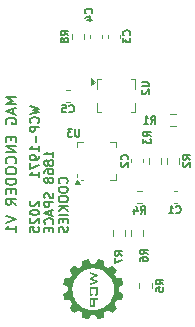
<source format=gbr>
%TF.GenerationSoftware,KiCad,Pcbnew,9.0.4-9.0.4-0~ubuntu24.04.1*%
%TF.CreationDate,2025-09-20T10:39:05-07:00*%
%TF.ProjectId,mag-encoder,6d61672d-656e-4636-9f64-65722e6b6963,1*%
%TF.SameCoordinates,Original*%
%TF.FileFunction,Legend,Bot*%
%TF.FilePolarity,Positive*%
%FSLAX46Y46*%
G04 Gerber Fmt 4.6, Leading zero omitted, Abs format (unit mm)*
G04 Created by KiCad (PCBNEW 9.0.4-9.0.4-0~ubuntu24.04.1) date 2025-09-20 10:39:05*
%MOMM*%
%LPD*%
G01*
G04 APERTURE LIST*
%ADD10C,0.152400*%
%ADD11C,0.127000*%
%ADD12C,0.120000*%
%ADD13C,0.100000*%
%ADD14C,0.000000*%
G04 APERTURE END LIST*
D10*
X224919960Y-118967683D02*
X225681960Y-119149111D01*
X225681960Y-119149111D02*
X225137675Y-119294254D01*
X225137675Y-119294254D02*
X225681960Y-119439397D01*
X225681960Y-119439397D02*
X224919960Y-119620826D01*
X225609389Y-120346540D02*
X225645675Y-120310254D01*
X225645675Y-120310254D02*
X225681960Y-120201397D01*
X225681960Y-120201397D02*
X225681960Y-120128825D01*
X225681960Y-120128825D02*
X225645675Y-120019968D01*
X225645675Y-120019968D02*
X225573103Y-119947397D01*
X225573103Y-119947397D02*
X225500532Y-119911111D01*
X225500532Y-119911111D02*
X225355389Y-119874825D01*
X225355389Y-119874825D02*
X225246532Y-119874825D01*
X225246532Y-119874825D02*
X225101389Y-119911111D01*
X225101389Y-119911111D02*
X225028817Y-119947397D01*
X225028817Y-119947397D02*
X224956246Y-120019968D01*
X224956246Y-120019968D02*
X224919960Y-120128825D01*
X224919960Y-120128825D02*
X224919960Y-120201397D01*
X224919960Y-120201397D02*
X224956246Y-120310254D01*
X224956246Y-120310254D02*
X224992532Y-120346540D01*
X225681960Y-120673111D02*
X224919960Y-120673111D01*
X224919960Y-120673111D02*
X224919960Y-120963397D01*
X224919960Y-120963397D02*
X224956246Y-121035968D01*
X224956246Y-121035968D02*
X224992532Y-121072254D01*
X224992532Y-121072254D02*
X225065103Y-121108540D01*
X225065103Y-121108540D02*
X225173960Y-121108540D01*
X225173960Y-121108540D02*
X225246532Y-121072254D01*
X225246532Y-121072254D02*
X225282817Y-121035968D01*
X225282817Y-121035968D02*
X225319103Y-120963397D01*
X225319103Y-120963397D02*
X225319103Y-120673111D01*
X225391675Y-121435111D02*
X225391675Y-122015683D01*
X225681960Y-122777683D02*
X225681960Y-122342254D01*
X225681960Y-122559969D02*
X224919960Y-122559969D01*
X224919960Y-122559969D02*
X225028817Y-122487397D01*
X225028817Y-122487397D02*
X225101389Y-122414826D01*
X225101389Y-122414826D02*
X225137675Y-122342254D01*
X225681960Y-123140540D02*
X225681960Y-123285683D01*
X225681960Y-123285683D02*
X225645675Y-123358254D01*
X225645675Y-123358254D02*
X225609389Y-123394540D01*
X225609389Y-123394540D02*
X225500532Y-123467111D01*
X225500532Y-123467111D02*
X225355389Y-123503397D01*
X225355389Y-123503397D02*
X225065103Y-123503397D01*
X225065103Y-123503397D02*
X224992532Y-123467111D01*
X224992532Y-123467111D02*
X224956246Y-123430826D01*
X224956246Y-123430826D02*
X224919960Y-123358254D01*
X224919960Y-123358254D02*
X224919960Y-123213111D01*
X224919960Y-123213111D02*
X224956246Y-123140540D01*
X224956246Y-123140540D02*
X224992532Y-123104254D01*
X224992532Y-123104254D02*
X225065103Y-123067968D01*
X225065103Y-123067968D02*
X225246532Y-123067968D01*
X225246532Y-123067968D02*
X225319103Y-123104254D01*
X225319103Y-123104254D02*
X225355389Y-123140540D01*
X225355389Y-123140540D02*
X225391675Y-123213111D01*
X225391675Y-123213111D02*
X225391675Y-123358254D01*
X225391675Y-123358254D02*
X225355389Y-123430826D01*
X225355389Y-123430826D02*
X225319103Y-123467111D01*
X225319103Y-123467111D02*
X225246532Y-123503397D01*
X224919960Y-123757397D02*
X224919960Y-124265397D01*
X224919960Y-124265397D02*
X225681960Y-123938825D01*
X225681960Y-124954825D02*
X225681960Y-124519396D01*
X225681960Y-124737111D02*
X224919960Y-124737111D01*
X224919960Y-124737111D02*
X225028817Y-124664539D01*
X225028817Y-124664539D02*
X225101389Y-124591968D01*
X225101389Y-124591968D02*
X225137675Y-124519396D01*
X224992532Y-126986823D02*
X224956246Y-127023109D01*
X224956246Y-127023109D02*
X224919960Y-127095681D01*
X224919960Y-127095681D02*
X224919960Y-127277109D01*
X224919960Y-127277109D02*
X224956246Y-127349681D01*
X224956246Y-127349681D02*
X224992532Y-127385966D01*
X224992532Y-127385966D02*
X225065103Y-127422252D01*
X225065103Y-127422252D02*
X225137675Y-127422252D01*
X225137675Y-127422252D02*
X225246532Y-127385966D01*
X225246532Y-127385966D02*
X225681960Y-126950538D01*
X225681960Y-126950538D02*
X225681960Y-127422252D01*
X224919960Y-127893966D02*
X224919960Y-127966537D01*
X224919960Y-127966537D02*
X224956246Y-128039109D01*
X224956246Y-128039109D02*
X224992532Y-128075395D01*
X224992532Y-128075395D02*
X225065103Y-128111680D01*
X225065103Y-128111680D02*
X225210246Y-128147966D01*
X225210246Y-128147966D02*
X225391675Y-128147966D01*
X225391675Y-128147966D02*
X225536817Y-128111680D01*
X225536817Y-128111680D02*
X225609389Y-128075395D01*
X225609389Y-128075395D02*
X225645675Y-128039109D01*
X225645675Y-128039109D02*
X225681960Y-127966537D01*
X225681960Y-127966537D02*
X225681960Y-127893966D01*
X225681960Y-127893966D02*
X225645675Y-127821395D01*
X225645675Y-127821395D02*
X225609389Y-127785109D01*
X225609389Y-127785109D02*
X225536817Y-127748823D01*
X225536817Y-127748823D02*
X225391675Y-127712537D01*
X225391675Y-127712537D02*
X225210246Y-127712537D01*
X225210246Y-127712537D02*
X225065103Y-127748823D01*
X225065103Y-127748823D02*
X224992532Y-127785109D01*
X224992532Y-127785109D02*
X224956246Y-127821395D01*
X224956246Y-127821395D02*
X224919960Y-127893966D01*
X224992532Y-128438251D02*
X224956246Y-128474537D01*
X224956246Y-128474537D02*
X224919960Y-128547109D01*
X224919960Y-128547109D02*
X224919960Y-128728537D01*
X224919960Y-128728537D02*
X224956246Y-128801109D01*
X224956246Y-128801109D02*
X224992532Y-128837394D01*
X224992532Y-128837394D02*
X225065103Y-128873680D01*
X225065103Y-128873680D02*
X225137675Y-128873680D01*
X225137675Y-128873680D02*
X225246532Y-128837394D01*
X225246532Y-128837394D02*
X225681960Y-128401966D01*
X225681960Y-128401966D02*
X225681960Y-128873680D01*
X224919960Y-129563108D02*
X224919960Y-129200251D01*
X224919960Y-129200251D02*
X225282817Y-129163965D01*
X225282817Y-129163965D02*
X225246532Y-129200251D01*
X225246532Y-129200251D02*
X225210246Y-129272823D01*
X225210246Y-129272823D02*
X225210246Y-129454251D01*
X225210246Y-129454251D02*
X225246532Y-129526823D01*
X225246532Y-129526823D02*
X225282817Y-129563108D01*
X225282817Y-129563108D02*
X225355389Y-129599394D01*
X225355389Y-129599394D02*
X225536817Y-129599394D01*
X225536817Y-129599394D02*
X225609389Y-129563108D01*
X225609389Y-129563108D02*
X225645675Y-129526823D01*
X225645675Y-129526823D02*
X225681960Y-129454251D01*
X225681960Y-129454251D02*
X225681960Y-129272823D01*
X225681960Y-129272823D02*
X225645675Y-129200251D01*
X225645675Y-129200251D02*
X225609389Y-129163965D01*
X226908737Y-123249395D02*
X226908737Y-122813966D01*
X226908737Y-123031681D02*
X226146737Y-123031681D01*
X226146737Y-123031681D02*
X226255594Y-122959109D01*
X226255594Y-122959109D02*
X226328166Y-122886538D01*
X226328166Y-122886538D02*
X226364452Y-122813966D01*
X226473309Y-123684823D02*
X226437023Y-123612252D01*
X226437023Y-123612252D02*
X226400737Y-123575966D01*
X226400737Y-123575966D02*
X226328166Y-123539680D01*
X226328166Y-123539680D02*
X226291880Y-123539680D01*
X226291880Y-123539680D02*
X226219309Y-123575966D01*
X226219309Y-123575966D02*
X226183023Y-123612252D01*
X226183023Y-123612252D02*
X226146737Y-123684823D01*
X226146737Y-123684823D02*
X226146737Y-123829966D01*
X226146737Y-123829966D02*
X226183023Y-123902538D01*
X226183023Y-123902538D02*
X226219309Y-123938823D01*
X226219309Y-123938823D02*
X226291880Y-123975109D01*
X226291880Y-123975109D02*
X226328166Y-123975109D01*
X226328166Y-123975109D02*
X226400737Y-123938823D01*
X226400737Y-123938823D02*
X226437023Y-123902538D01*
X226437023Y-123902538D02*
X226473309Y-123829966D01*
X226473309Y-123829966D02*
X226473309Y-123684823D01*
X226473309Y-123684823D02*
X226509594Y-123612252D01*
X226509594Y-123612252D02*
X226545880Y-123575966D01*
X226545880Y-123575966D02*
X226618452Y-123539680D01*
X226618452Y-123539680D02*
X226763594Y-123539680D01*
X226763594Y-123539680D02*
X226836166Y-123575966D01*
X226836166Y-123575966D02*
X226872452Y-123612252D01*
X226872452Y-123612252D02*
X226908737Y-123684823D01*
X226908737Y-123684823D02*
X226908737Y-123829966D01*
X226908737Y-123829966D02*
X226872452Y-123902538D01*
X226872452Y-123902538D02*
X226836166Y-123938823D01*
X226836166Y-123938823D02*
X226763594Y-123975109D01*
X226763594Y-123975109D02*
X226618452Y-123975109D01*
X226618452Y-123975109D02*
X226545880Y-123938823D01*
X226545880Y-123938823D02*
X226509594Y-123902538D01*
X226509594Y-123902538D02*
X226473309Y-123829966D01*
X226146737Y-124628252D02*
X226146737Y-124483109D01*
X226146737Y-124483109D02*
X226183023Y-124410537D01*
X226183023Y-124410537D02*
X226219309Y-124374252D01*
X226219309Y-124374252D02*
X226328166Y-124301680D01*
X226328166Y-124301680D02*
X226473309Y-124265394D01*
X226473309Y-124265394D02*
X226763594Y-124265394D01*
X226763594Y-124265394D02*
X226836166Y-124301680D01*
X226836166Y-124301680D02*
X226872452Y-124337966D01*
X226872452Y-124337966D02*
X226908737Y-124410537D01*
X226908737Y-124410537D02*
X226908737Y-124555680D01*
X226908737Y-124555680D02*
X226872452Y-124628252D01*
X226872452Y-124628252D02*
X226836166Y-124664537D01*
X226836166Y-124664537D02*
X226763594Y-124700823D01*
X226763594Y-124700823D02*
X226582166Y-124700823D01*
X226582166Y-124700823D02*
X226509594Y-124664537D01*
X226509594Y-124664537D02*
X226473309Y-124628252D01*
X226473309Y-124628252D02*
X226437023Y-124555680D01*
X226437023Y-124555680D02*
X226437023Y-124410537D01*
X226437023Y-124410537D02*
X226473309Y-124337966D01*
X226473309Y-124337966D02*
X226509594Y-124301680D01*
X226509594Y-124301680D02*
X226582166Y-124265394D01*
X226473309Y-125136251D02*
X226437023Y-125063680D01*
X226437023Y-125063680D02*
X226400737Y-125027394D01*
X226400737Y-125027394D02*
X226328166Y-124991108D01*
X226328166Y-124991108D02*
X226291880Y-124991108D01*
X226291880Y-124991108D02*
X226219309Y-125027394D01*
X226219309Y-125027394D02*
X226183023Y-125063680D01*
X226183023Y-125063680D02*
X226146737Y-125136251D01*
X226146737Y-125136251D02*
X226146737Y-125281394D01*
X226146737Y-125281394D02*
X226183023Y-125353966D01*
X226183023Y-125353966D02*
X226219309Y-125390251D01*
X226219309Y-125390251D02*
X226291880Y-125426537D01*
X226291880Y-125426537D02*
X226328166Y-125426537D01*
X226328166Y-125426537D02*
X226400737Y-125390251D01*
X226400737Y-125390251D02*
X226437023Y-125353966D01*
X226437023Y-125353966D02*
X226473309Y-125281394D01*
X226473309Y-125281394D02*
X226473309Y-125136251D01*
X226473309Y-125136251D02*
X226509594Y-125063680D01*
X226509594Y-125063680D02*
X226545880Y-125027394D01*
X226545880Y-125027394D02*
X226618452Y-124991108D01*
X226618452Y-124991108D02*
X226763594Y-124991108D01*
X226763594Y-124991108D02*
X226836166Y-125027394D01*
X226836166Y-125027394D02*
X226872452Y-125063680D01*
X226872452Y-125063680D02*
X226908737Y-125136251D01*
X226908737Y-125136251D02*
X226908737Y-125281394D01*
X226908737Y-125281394D02*
X226872452Y-125353966D01*
X226872452Y-125353966D02*
X226836166Y-125390251D01*
X226836166Y-125390251D02*
X226763594Y-125426537D01*
X226763594Y-125426537D02*
X226618452Y-125426537D01*
X226618452Y-125426537D02*
X226545880Y-125390251D01*
X226545880Y-125390251D02*
X226509594Y-125353966D01*
X226509594Y-125353966D02*
X226473309Y-125281394D01*
X226872452Y-126297393D02*
X226908737Y-126406251D01*
X226908737Y-126406251D02*
X226908737Y-126587679D01*
X226908737Y-126587679D02*
X226872452Y-126660251D01*
X226872452Y-126660251D02*
X226836166Y-126696536D01*
X226836166Y-126696536D02*
X226763594Y-126732822D01*
X226763594Y-126732822D02*
X226691023Y-126732822D01*
X226691023Y-126732822D02*
X226618452Y-126696536D01*
X226618452Y-126696536D02*
X226582166Y-126660251D01*
X226582166Y-126660251D02*
X226545880Y-126587679D01*
X226545880Y-126587679D02*
X226509594Y-126442536D01*
X226509594Y-126442536D02*
X226473309Y-126369965D01*
X226473309Y-126369965D02*
X226437023Y-126333679D01*
X226437023Y-126333679D02*
X226364452Y-126297393D01*
X226364452Y-126297393D02*
X226291880Y-126297393D01*
X226291880Y-126297393D02*
X226219309Y-126333679D01*
X226219309Y-126333679D02*
X226183023Y-126369965D01*
X226183023Y-126369965D02*
X226146737Y-126442536D01*
X226146737Y-126442536D02*
X226146737Y-126623965D01*
X226146737Y-126623965D02*
X226183023Y-126732822D01*
X226908737Y-127059393D02*
X226146737Y-127059393D01*
X226146737Y-127059393D02*
X226146737Y-127349679D01*
X226146737Y-127349679D02*
X226183023Y-127422250D01*
X226183023Y-127422250D02*
X226219309Y-127458536D01*
X226219309Y-127458536D02*
X226291880Y-127494822D01*
X226291880Y-127494822D02*
X226400737Y-127494822D01*
X226400737Y-127494822D02*
X226473309Y-127458536D01*
X226473309Y-127458536D02*
X226509594Y-127422250D01*
X226509594Y-127422250D02*
X226545880Y-127349679D01*
X226545880Y-127349679D02*
X226545880Y-127059393D01*
X226691023Y-127785107D02*
X226691023Y-128147965D01*
X226908737Y-127712536D02*
X226146737Y-127966536D01*
X226146737Y-127966536D02*
X226908737Y-128220536D01*
X226836166Y-128909965D02*
X226872452Y-128873679D01*
X226872452Y-128873679D02*
X226908737Y-128764822D01*
X226908737Y-128764822D02*
X226908737Y-128692250D01*
X226908737Y-128692250D02*
X226872452Y-128583393D01*
X226872452Y-128583393D02*
X226799880Y-128510822D01*
X226799880Y-128510822D02*
X226727309Y-128474536D01*
X226727309Y-128474536D02*
X226582166Y-128438250D01*
X226582166Y-128438250D02*
X226473309Y-128438250D01*
X226473309Y-128438250D02*
X226328166Y-128474536D01*
X226328166Y-128474536D02*
X226255594Y-128510822D01*
X226255594Y-128510822D02*
X226183023Y-128583393D01*
X226183023Y-128583393D02*
X226146737Y-128692250D01*
X226146737Y-128692250D02*
X226146737Y-128764822D01*
X226146737Y-128764822D02*
X226183023Y-128873679D01*
X226183023Y-128873679D02*
X226219309Y-128909965D01*
X226509594Y-129236536D02*
X226509594Y-129490536D01*
X226908737Y-129599393D02*
X226908737Y-129236536D01*
X226908737Y-129236536D02*
X226146737Y-129236536D01*
X226146737Y-129236536D02*
X226146737Y-129599393D01*
X228062943Y-125462822D02*
X228099229Y-125426536D01*
X228099229Y-125426536D02*
X228135514Y-125317679D01*
X228135514Y-125317679D02*
X228135514Y-125245107D01*
X228135514Y-125245107D02*
X228099229Y-125136250D01*
X228099229Y-125136250D02*
X228026657Y-125063679D01*
X228026657Y-125063679D02*
X227954086Y-125027393D01*
X227954086Y-125027393D02*
X227808943Y-124991107D01*
X227808943Y-124991107D02*
X227700086Y-124991107D01*
X227700086Y-124991107D02*
X227554943Y-125027393D01*
X227554943Y-125027393D02*
X227482371Y-125063679D01*
X227482371Y-125063679D02*
X227409800Y-125136250D01*
X227409800Y-125136250D02*
X227373514Y-125245107D01*
X227373514Y-125245107D02*
X227373514Y-125317679D01*
X227373514Y-125317679D02*
X227409800Y-125426536D01*
X227409800Y-125426536D02*
X227446086Y-125462822D01*
X227373514Y-125934536D02*
X227373514Y-126079679D01*
X227373514Y-126079679D02*
X227409800Y-126152250D01*
X227409800Y-126152250D02*
X227482371Y-126224822D01*
X227482371Y-126224822D02*
X227627514Y-126261107D01*
X227627514Y-126261107D02*
X227881514Y-126261107D01*
X227881514Y-126261107D02*
X228026657Y-126224822D01*
X228026657Y-126224822D02*
X228099229Y-126152250D01*
X228099229Y-126152250D02*
X228135514Y-126079679D01*
X228135514Y-126079679D02*
X228135514Y-125934536D01*
X228135514Y-125934536D02*
X228099229Y-125861965D01*
X228099229Y-125861965D02*
X228026657Y-125789393D01*
X228026657Y-125789393D02*
X227881514Y-125753107D01*
X227881514Y-125753107D02*
X227627514Y-125753107D01*
X227627514Y-125753107D02*
X227482371Y-125789393D01*
X227482371Y-125789393D02*
X227409800Y-125861965D01*
X227409800Y-125861965D02*
X227373514Y-125934536D01*
X227373514Y-126732822D02*
X227373514Y-126877965D01*
X227373514Y-126877965D02*
X227409800Y-126950536D01*
X227409800Y-126950536D02*
X227482371Y-127023108D01*
X227482371Y-127023108D02*
X227627514Y-127059393D01*
X227627514Y-127059393D02*
X227881514Y-127059393D01*
X227881514Y-127059393D02*
X228026657Y-127023108D01*
X228026657Y-127023108D02*
X228099229Y-126950536D01*
X228099229Y-126950536D02*
X228135514Y-126877965D01*
X228135514Y-126877965D02*
X228135514Y-126732822D01*
X228135514Y-126732822D02*
X228099229Y-126660251D01*
X228099229Y-126660251D02*
X228026657Y-126587679D01*
X228026657Y-126587679D02*
X227881514Y-126551393D01*
X227881514Y-126551393D02*
X227627514Y-126551393D01*
X227627514Y-126551393D02*
X227482371Y-126587679D01*
X227482371Y-126587679D02*
X227409800Y-126660251D01*
X227409800Y-126660251D02*
X227373514Y-126732822D01*
X228135514Y-127385965D02*
X227373514Y-127385965D01*
X228135514Y-127821394D02*
X227700086Y-127494822D01*
X227373514Y-127821394D02*
X227808943Y-127385965D01*
X228135514Y-128147965D02*
X227373514Y-128147965D01*
X227736371Y-128510822D02*
X227736371Y-128764822D01*
X228135514Y-128873679D02*
X228135514Y-128510822D01*
X228135514Y-128510822D02*
X227373514Y-128510822D01*
X227373514Y-128510822D02*
X227373514Y-128873679D01*
X228099229Y-129163965D02*
X228135514Y-129272823D01*
X228135514Y-129272823D02*
X228135514Y-129454251D01*
X228135514Y-129454251D02*
X228099229Y-129526823D01*
X228099229Y-129526823D02*
X228062943Y-129563108D01*
X228062943Y-129563108D02*
X227990371Y-129599394D01*
X227990371Y-129599394D02*
X227917800Y-129599394D01*
X227917800Y-129599394D02*
X227845229Y-129563108D01*
X227845229Y-129563108D02*
X227808943Y-129526823D01*
X227808943Y-129526823D02*
X227772657Y-129454251D01*
X227772657Y-129454251D02*
X227736371Y-129309108D01*
X227736371Y-129309108D02*
X227700086Y-129236537D01*
X227700086Y-129236537D02*
X227663800Y-129200251D01*
X227663800Y-129200251D02*
X227591229Y-129163965D01*
X227591229Y-129163965D02*
X227518657Y-129163965D01*
X227518657Y-129163965D02*
X227446086Y-129200251D01*
X227446086Y-129200251D02*
X227409800Y-129236537D01*
X227409800Y-129236537D02*
X227373514Y-129309108D01*
X227373514Y-129309108D02*
X227373514Y-129490537D01*
X227373514Y-129490537D02*
X227409800Y-129599394D01*
X223745544Y-118187538D02*
X222856544Y-118187538D01*
X222856544Y-118187538D02*
X223491544Y-118483872D01*
X223491544Y-118483872D02*
X222856544Y-118780205D01*
X222856544Y-118780205D02*
X223745544Y-118780205D01*
X223491544Y-119161205D02*
X223491544Y-119584538D01*
X223745544Y-119076538D02*
X222856544Y-119372872D01*
X222856544Y-119372872D02*
X223745544Y-119669205D01*
X222898877Y-120431205D02*
X222856544Y-120346538D01*
X222856544Y-120346538D02*
X222856544Y-120219538D01*
X222856544Y-120219538D02*
X222898877Y-120092538D01*
X222898877Y-120092538D02*
X222983544Y-120007872D01*
X222983544Y-120007872D02*
X223068211Y-119965538D01*
X223068211Y-119965538D02*
X223237544Y-119923205D01*
X223237544Y-119923205D02*
X223364544Y-119923205D01*
X223364544Y-119923205D02*
X223533877Y-119965538D01*
X223533877Y-119965538D02*
X223618544Y-120007872D01*
X223618544Y-120007872D02*
X223703211Y-120092538D01*
X223703211Y-120092538D02*
X223745544Y-120219538D01*
X223745544Y-120219538D02*
X223745544Y-120304205D01*
X223745544Y-120304205D02*
X223703211Y-120431205D01*
X223703211Y-120431205D02*
X223660877Y-120473538D01*
X223660877Y-120473538D02*
X223364544Y-120473538D01*
X223364544Y-120473538D02*
X223364544Y-120304205D01*
X223279877Y-121531871D02*
X223279877Y-121828205D01*
X223745544Y-121955205D02*
X223745544Y-121531871D01*
X223745544Y-121531871D02*
X222856544Y-121531871D01*
X222856544Y-121531871D02*
X222856544Y-121955205D01*
X223745544Y-122336204D02*
X222856544Y-122336204D01*
X222856544Y-122336204D02*
X223745544Y-122844204D01*
X223745544Y-122844204D02*
X222856544Y-122844204D01*
X223660877Y-123775537D02*
X223703211Y-123733204D01*
X223703211Y-123733204D02*
X223745544Y-123606204D01*
X223745544Y-123606204D02*
X223745544Y-123521537D01*
X223745544Y-123521537D02*
X223703211Y-123394537D01*
X223703211Y-123394537D02*
X223618544Y-123309871D01*
X223618544Y-123309871D02*
X223533877Y-123267537D01*
X223533877Y-123267537D02*
X223364544Y-123225204D01*
X223364544Y-123225204D02*
X223237544Y-123225204D01*
X223237544Y-123225204D02*
X223068211Y-123267537D01*
X223068211Y-123267537D02*
X222983544Y-123309871D01*
X222983544Y-123309871D02*
X222898877Y-123394537D01*
X222898877Y-123394537D02*
X222856544Y-123521537D01*
X222856544Y-123521537D02*
X222856544Y-123606204D01*
X222856544Y-123606204D02*
X222898877Y-123733204D01*
X222898877Y-123733204D02*
X222941211Y-123775537D01*
X222856544Y-124325871D02*
X222856544Y-124495204D01*
X222856544Y-124495204D02*
X222898877Y-124579871D01*
X222898877Y-124579871D02*
X222983544Y-124664537D01*
X222983544Y-124664537D02*
X223152877Y-124706871D01*
X223152877Y-124706871D02*
X223449211Y-124706871D01*
X223449211Y-124706871D02*
X223618544Y-124664537D01*
X223618544Y-124664537D02*
X223703211Y-124579871D01*
X223703211Y-124579871D02*
X223745544Y-124495204D01*
X223745544Y-124495204D02*
X223745544Y-124325871D01*
X223745544Y-124325871D02*
X223703211Y-124241204D01*
X223703211Y-124241204D02*
X223618544Y-124156537D01*
X223618544Y-124156537D02*
X223449211Y-124114204D01*
X223449211Y-124114204D02*
X223152877Y-124114204D01*
X223152877Y-124114204D02*
X222983544Y-124156537D01*
X222983544Y-124156537D02*
X222898877Y-124241204D01*
X222898877Y-124241204D02*
X222856544Y-124325871D01*
X223745544Y-125087870D02*
X222856544Y-125087870D01*
X222856544Y-125087870D02*
X222856544Y-125299537D01*
X222856544Y-125299537D02*
X222898877Y-125426537D01*
X222898877Y-125426537D02*
X222983544Y-125511204D01*
X222983544Y-125511204D02*
X223068211Y-125553537D01*
X223068211Y-125553537D02*
X223237544Y-125595870D01*
X223237544Y-125595870D02*
X223364544Y-125595870D01*
X223364544Y-125595870D02*
X223533877Y-125553537D01*
X223533877Y-125553537D02*
X223618544Y-125511204D01*
X223618544Y-125511204D02*
X223703211Y-125426537D01*
X223703211Y-125426537D02*
X223745544Y-125299537D01*
X223745544Y-125299537D02*
X223745544Y-125087870D01*
X223279877Y-125976870D02*
X223279877Y-126273204D01*
X223745544Y-126400204D02*
X223745544Y-125976870D01*
X223745544Y-125976870D02*
X222856544Y-125976870D01*
X222856544Y-125976870D02*
X222856544Y-126400204D01*
X223745544Y-127289203D02*
X223322211Y-126992870D01*
X223745544Y-126781203D02*
X222856544Y-126781203D01*
X222856544Y-126781203D02*
X222856544Y-127119870D01*
X222856544Y-127119870D02*
X222898877Y-127204537D01*
X222898877Y-127204537D02*
X222941211Y-127246870D01*
X222941211Y-127246870D02*
X223025877Y-127289203D01*
X223025877Y-127289203D02*
X223152877Y-127289203D01*
X223152877Y-127289203D02*
X223237544Y-127246870D01*
X223237544Y-127246870D02*
X223279877Y-127204537D01*
X223279877Y-127204537D02*
X223322211Y-127119870D01*
X223322211Y-127119870D02*
X223322211Y-126781203D01*
X222856544Y-128220536D02*
X223745544Y-128516870D01*
X223745544Y-128516870D02*
X222856544Y-128813203D01*
X223745544Y-129575203D02*
X223745544Y-129067203D01*
X223745544Y-129321203D02*
X222856544Y-129321203D01*
X222856544Y-129321203D02*
X222983544Y-129236536D01*
X222983544Y-129236536D02*
X223068211Y-129151870D01*
X223068211Y-129151870D02*
X223110544Y-129067203D01*
D11*
X235160959Y-121483966D02*
X234858578Y-121272299D01*
X235160959Y-121121109D02*
X234525959Y-121121109D01*
X234525959Y-121121109D02*
X234525959Y-121363014D01*
X234525959Y-121363014D02*
X234556197Y-121423490D01*
X234556197Y-121423490D02*
X234586435Y-121453728D01*
X234586435Y-121453728D02*
X234646911Y-121483966D01*
X234646911Y-121483966D02*
X234737625Y-121483966D01*
X234737625Y-121483966D02*
X234798101Y-121453728D01*
X234798101Y-121453728D02*
X234828340Y-121423490D01*
X234828340Y-121423490D02*
X234858578Y-121363014D01*
X234858578Y-121363014D02*
X234858578Y-121121109D01*
X234525959Y-121695633D02*
X234525959Y-122088728D01*
X234525959Y-122088728D02*
X234767863Y-121877061D01*
X234767863Y-121877061D02*
X234767863Y-121967776D01*
X234767863Y-121967776D02*
X234798101Y-122028252D01*
X234798101Y-122028252D02*
X234828340Y-122058490D01*
X234828340Y-122058490D02*
X234888816Y-122088728D01*
X234888816Y-122088728D02*
X235040006Y-122088728D01*
X235040006Y-122088728D02*
X235100482Y-122058490D01*
X235100482Y-122058490D02*
X235130721Y-122028252D01*
X235130721Y-122028252D02*
X235160959Y-121967776D01*
X235160959Y-121967776D02*
X235160959Y-121786347D01*
X235160959Y-121786347D02*
X235130721Y-121725871D01*
X235130721Y-121725871D02*
X235100482Y-121695633D01*
X233196682Y-123454166D02*
X233226921Y-123423928D01*
X233226921Y-123423928D02*
X233257159Y-123333214D01*
X233257159Y-123333214D02*
X233257159Y-123272738D01*
X233257159Y-123272738D02*
X233226921Y-123182023D01*
X233226921Y-123182023D02*
X233166444Y-123121547D01*
X233166444Y-123121547D02*
X233105968Y-123091309D01*
X233105968Y-123091309D02*
X232985016Y-123061071D01*
X232985016Y-123061071D02*
X232894301Y-123061071D01*
X232894301Y-123061071D02*
X232773349Y-123091309D01*
X232773349Y-123091309D02*
X232712873Y-123121547D01*
X232712873Y-123121547D02*
X232652397Y-123182023D01*
X232652397Y-123182023D02*
X232622159Y-123272738D01*
X232622159Y-123272738D02*
X232622159Y-123333214D01*
X232622159Y-123333214D02*
X232652397Y-123423928D01*
X232652397Y-123423928D02*
X232682635Y-123454166D01*
X232682635Y-123696071D02*
X232652397Y-123726309D01*
X232652397Y-123726309D02*
X232622159Y-123786785D01*
X232622159Y-123786785D02*
X232622159Y-123937976D01*
X232622159Y-123937976D02*
X232652397Y-123998452D01*
X232652397Y-123998452D02*
X232682635Y-124028690D01*
X232682635Y-124028690D02*
X232743111Y-124058928D01*
X232743111Y-124058928D02*
X232803587Y-124058928D01*
X232803587Y-124058928D02*
X232894301Y-124028690D01*
X232894301Y-124028690D02*
X233257159Y-123665833D01*
X233257159Y-123665833D02*
X233257159Y-124058928D01*
X230147482Y-111069966D02*
X230177721Y-111039728D01*
X230177721Y-111039728D02*
X230207959Y-110949014D01*
X230207959Y-110949014D02*
X230207959Y-110888538D01*
X230207959Y-110888538D02*
X230177721Y-110797823D01*
X230177721Y-110797823D02*
X230117244Y-110737347D01*
X230117244Y-110737347D02*
X230056768Y-110707109D01*
X230056768Y-110707109D02*
X229935816Y-110676871D01*
X229935816Y-110676871D02*
X229845101Y-110676871D01*
X229845101Y-110676871D02*
X229724149Y-110707109D01*
X229724149Y-110707109D02*
X229663673Y-110737347D01*
X229663673Y-110737347D02*
X229603197Y-110797823D01*
X229603197Y-110797823D02*
X229572959Y-110888538D01*
X229572959Y-110888538D02*
X229572959Y-110949014D01*
X229572959Y-110949014D02*
X229603197Y-111039728D01*
X229603197Y-111039728D02*
X229633435Y-111069966D01*
X229784625Y-111614252D02*
X230207959Y-111614252D01*
X229542721Y-111463061D02*
X229996292Y-111311871D01*
X229996292Y-111311871D02*
X229996292Y-111704966D01*
X234373559Y-116914990D02*
X234887606Y-116914990D01*
X234887606Y-116914990D02*
X234948082Y-116945228D01*
X234948082Y-116945228D02*
X234978321Y-116975466D01*
X234978321Y-116975466D02*
X235008559Y-117035942D01*
X235008559Y-117035942D02*
X235008559Y-117156895D01*
X235008559Y-117156895D02*
X234978321Y-117217371D01*
X234978321Y-117217371D02*
X234948082Y-117247609D01*
X234948082Y-117247609D02*
X234887606Y-117277847D01*
X234887606Y-117277847D02*
X234373559Y-117277847D01*
X234434035Y-117549990D02*
X234403797Y-117580228D01*
X234403797Y-117580228D02*
X234373559Y-117640704D01*
X234373559Y-117640704D02*
X234373559Y-117791895D01*
X234373559Y-117791895D02*
X234403797Y-117852371D01*
X234403797Y-117852371D02*
X234434035Y-117882609D01*
X234434035Y-117882609D02*
X234494511Y-117912847D01*
X234494511Y-117912847D02*
X234554987Y-117912847D01*
X234554987Y-117912847D02*
X234645701Y-117882609D01*
X234645701Y-117882609D02*
X235008559Y-117519752D01*
X235008559Y-117519752D02*
X235008559Y-117912847D01*
X232747959Y-131593166D02*
X232445578Y-131381499D01*
X232747959Y-131230309D02*
X232112959Y-131230309D01*
X232112959Y-131230309D02*
X232112959Y-131472214D01*
X232112959Y-131472214D02*
X232143197Y-131532690D01*
X232143197Y-131532690D02*
X232173435Y-131562928D01*
X232173435Y-131562928D02*
X232233911Y-131593166D01*
X232233911Y-131593166D02*
X232324625Y-131593166D01*
X232324625Y-131593166D02*
X232385101Y-131562928D01*
X232385101Y-131562928D02*
X232415340Y-131532690D01*
X232415340Y-131532690D02*
X232445578Y-131472214D01*
X232445578Y-131472214D02*
X232445578Y-131230309D01*
X232112959Y-131804833D02*
X232112959Y-132228166D01*
X232112959Y-132228166D02*
X232747959Y-131956023D01*
X228248633Y-119403482D02*
X228278871Y-119433721D01*
X228278871Y-119433721D02*
X228369585Y-119463959D01*
X228369585Y-119463959D02*
X228430061Y-119463959D01*
X228430061Y-119463959D02*
X228520776Y-119433721D01*
X228520776Y-119433721D02*
X228581252Y-119373244D01*
X228581252Y-119373244D02*
X228611490Y-119312768D01*
X228611490Y-119312768D02*
X228641728Y-119191816D01*
X228641728Y-119191816D02*
X228641728Y-119101101D01*
X228641728Y-119101101D02*
X228611490Y-118980149D01*
X228611490Y-118980149D02*
X228581252Y-118919673D01*
X228581252Y-118919673D02*
X228520776Y-118859197D01*
X228520776Y-118859197D02*
X228430061Y-118828959D01*
X228430061Y-118828959D02*
X228369585Y-118828959D01*
X228369585Y-118828959D02*
X228278871Y-118859197D01*
X228278871Y-118859197D02*
X228248633Y-118889435D01*
X227674109Y-118828959D02*
X227976490Y-118828959D01*
X227976490Y-118828959D02*
X228006728Y-119131340D01*
X228006728Y-119131340D02*
X227976490Y-119101101D01*
X227976490Y-119101101D02*
X227916014Y-119070863D01*
X227916014Y-119070863D02*
X227764823Y-119070863D01*
X227764823Y-119070863D02*
X227704347Y-119101101D01*
X227704347Y-119101101D02*
X227674109Y-119131340D01*
X227674109Y-119131340D02*
X227643871Y-119191816D01*
X227643871Y-119191816D02*
X227643871Y-119343006D01*
X227643871Y-119343006D02*
X227674109Y-119403482D01*
X227674109Y-119403482D02*
X227704347Y-119433721D01*
X227704347Y-119433721D02*
X227764823Y-119463959D01*
X227764823Y-119463959D02*
X227916014Y-119463959D01*
X227916014Y-119463959D02*
X227976490Y-119433721D01*
X227976490Y-119433721D02*
X228006728Y-119403482D01*
X236227759Y-134031566D02*
X235925378Y-133819899D01*
X236227759Y-133668709D02*
X235592759Y-133668709D01*
X235592759Y-133668709D02*
X235592759Y-133910614D01*
X235592759Y-133910614D02*
X235622997Y-133971090D01*
X235622997Y-133971090D02*
X235653235Y-134001328D01*
X235653235Y-134001328D02*
X235713711Y-134031566D01*
X235713711Y-134031566D02*
X235804425Y-134031566D01*
X235804425Y-134031566D02*
X235864901Y-134001328D01*
X235864901Y-134001328D02*
X235895140Y-133971090D01*
X235895140Y-133971090D02*
X235925378Y-133910614D01*
X235925378Y-133910614D02*
X235925378Y-133668709D01*
X235592759Y-134606090D02*
X235592759Y-134303709D01*
X235592759Y-134303709D02*
X235895140Y-134273471D01*
X235895140Y-134273471D02*
X235864901Y-134303709D01*
X235864901Y-134303709D02*
X235834663Y-134364185D01*
X235834663Y-134364185D02*
X235834663Y-134515376D01*
X235834663Y-134515376D02*
X235864901Y-134575852D01*
X235864901Y-134575852D02*
X235895140Y-134606090D01*
X235895140Y-134606090D02*
X235955616Y-134636328D01*
X235955616Y-134636328D02*
X236106806Y-134636328D01*
X236106806Y-134636328D02*
X236167282Y-134606090D01*
X236167282Y-134606090D02*
X236197521Y-134575852D01*
X236197521Y-134575852D02*
X236227759Y-134515376D01*
X236227759Y-134515376D02*
X236227759Y-134364185D01*
X236227759Y-134364185D02*
X236197521Y-134303709D01*
X236197521Y-134303709D02*
X236167282Y-134273471D01*
X238488359Y-123465166D02*
X238185978Y-123253499D01*
X238488359Y-123102309D02*
X237853359Y-123102309D01*
X237853359Y-123102309D02*
X237853359Y-123344214D01*
X237853359Y-123344214D02*
X237883597Y-123404690D01*
X237883597Y-123404690D02*
X237913835Y-123434928D01*
X237913835Y-123434928D02*
X237974311Y-123465166D01*
X237974311Y-123465166D02*
X238065025Y-123465166D01*
X238065025Y-123465166D02*
X238125501Y-123434928D01*
X238125501Y-123434928D02*
X238155740Y-123404690D01*
X238155740Y-123404690D02*
X238185978Y-123344214D01*
X238185978Y-123344214D02*
X238185978Y-123102309D01*
X237913835Y-123707071D02*
X237883597Y-123737309D01*
X237883597Y-123737309D02*
X237853359Y-123797785D01*
X237853359Y-123797785D02*
X237853359Y-123948976D01*
X237853359Y-123948976D02*
X237883597Y-124009452D01*
X237883597Y-124009452D02*
X237913835Y-124039690D01*
X237913835Y-124039690D02*
X237974311Y-124069928D01*
X237974311Y-124069928D02*
X238034787Y-124069928D01*
X238034787Y-124069928D02*
X238125501Y-124039690D01*
X238125501Y-124039690D02*
X238488359Y-123676833D01*
X238488359Y-123676833D02*
X238488359Y-124069928D01*
X237291033Y-127963282D02*
X237321271Y-127993521D01*
X237321271Y-127993521D02*
X237411985Y-128023759D01*
X237411985Y-128023759D02*
X237472461Y-128023759D01*
X237472461Y-128023759D02*
X237563176Y-127993521D01*
X237563176Y-127993521D02*
X237623652Y-127933044D01*
X237623652Y-127933044D02*
X237653890Y-127872568D01*
X237653890Y-127872568D02*
X237684128Y-127751616D01*
X237684128Y-127751616D02*
X237684128Y-127660901D01*
X237684128Y-127660901D02*
X237653890Y-127539949D01*
X237653890Y-127539949D02*
X237623652Y-127479473D01*
X237623652Y-127479473D02*
X237563176Y-127418997D01*
X237563176Y-127418997D02*
X237472461Y-127388759D01*
X237472461Y-127388759D02*
X237411985Y-127388759D01*
X237411985Y-127388759D02*
X237321271Y-127418997D01*
X237321271Y-127418997D02*
X237291033Y-127449235D01*
X236686271Y-128023759D02*
X237049128Y-128023759D01*
X236867700Y-128023759D02*
X236867700Y-127388759D01*
X236867700Y-127388759D02*
X236928176Y-127479473D01*
X236928176Y-127479473D02*
X236988652Y-127539949D01*
X236988652Y-127539949D02*
X237049128Y-127570187D01*
X235157433Y-120429159D02*
X235369100Y-120126778D01*
X235520290Y-120429159D02*
X235520290Y-119794159D01*
X235520290Y-119794159D02*
X235278385Y-119794159D01*
X235278385Y-119794159D02*
X235217909Y-119824397D01*
X235217909Y-119824397D02*
X235187671Y-119854635D01*
X235187671Y-119854635D02*
X235157433Y-119915111D01*
X235157433Y-119915111D02*
X235157433Y-120005825D01*
X235157433Y-120005825D02*
X235187671Y-120066301D01*
X235187671Y-120066301D02*
X235217909Y-120096540D01*
X235217909Y-120096540D02*
X235278385Y-120126778D01*
X235278385Y-120126778D02*
X235520290Y-120126778D01*
X234552671Y-120429159D02*
X234915528Y-120429159D01*
X234734100Y-120429159D02*
X234734100Y-119794159D01*
X234734100Y-119794159D02*
X234794576Y-119884873D01*
X234794576Y-119884873D02*
X234855052Y-119945349D01*
X234855052Y-119945349D02*
X234915528Y-119975587D01*
X234293833Y-128049159D02*
X234505500Y-127746778D01*
X234656690Y-128049159D02*
X234656690Y-127414159D01*
X234656690Y-127414159D02*
X234414785Y-127414159D01*
X234414785Y-127414159D02*
X234354309Y-127444397D01*
X234354309Y-127444397D02*
X234324071Y-127474635D01*
X234324071Y-127474635D02*
X234293833Y-127535111D01*
X234293833Y-127535111D02*
X234293833Y-127625825D01*
X234293833Y-127625825D02*
X234324071Y-127686301D01*
X234324071Y-127686301D02*
X234354309Y-127716540D01*
X234354309Y-127716540D02*
X234414785Y-127746778D01*
X234414785Y-127746778D02*
X234656690Y-127746778D01*
X233749547Y-127625825D02*
X233749547Y-128049159D01*
X233900738Y-127383921D02*
X234051928Y-127837492D01*
X234051928Y-127837492D02*
X233658833Y-127837492D01*
X233373282Y-112924166D02*
X233403521Y-112893928D01*
X233403521Y-112893928D02*
X233433759Y-112803214D01*
X233433759Y-112803214D02*
X233433759Y-112742738D01*
X233433759Y-112742738D02*
X233403521Y-112652023D01*
X233403521Y-112652023D02*
X233343044Y-112591547D01*
X233343044Y-112591547D02*
X233282568Y-112561309D01*
X233282568Y-112561309D02*
X233161616Y-112531071D01*
X233161616Y-112531071D02*
X233070901Y-112531071D01*
X233070901Y-112531071D02*
X232949949Y-112561309D01*
X232949949Y-112561309D02*
X232889473Y-112591547D01*
X232889473Y-112591547D02*
X232828997Y-112652023D01*
X232828997Y-112652023D02*
X232798759Y-112742738D01*
X232798759Y-112742738D02*
X232798759Y-112803214D01*
X232798759Y-112803214D02*
X232828997Y-112893928D01*
X232828997Y-112893928D02*
X232859235Y-112924166D01*
X232798759Y-113135833D02*
X232798759Y-113528928D01*
X232798759Y-113528928D02*
X233040663Y-113317261D01*
X233040663Y-113317261D02*
X233040663Y-113407976D01*
X233040663Y-113407976D02*
X233070901Y-113468452D01*
X233070901Y-113468452D02*
X233101140Y-113498690D01*
X233101140Y-113498690D02*
X233161616Y-113528928D01*
X233161616Y-113528928D02*
X233312806Y-113528928D01*
X233312806Y-113528928D02*
X233373282Y-113498690D01*
X233373282Y-113498690D02*
X233403521Y-113468452D01*
X233403521Y-113468452D02*
X233433759Y-113407976D01*
X233433759Y-113407976D02*
X233433759Y-113226547D01*
X233433759Y-113226547D02*
X233403521Y-113166071D01*
X233403521Y-113166071D02*
X233373282Y-113135833D01*
X229109209Y-120886359D02*
X229109209Y-121400406D01*
X229109209Y-121400406D02*
X229078971Y-121460882D01*
X229078971Y-121460882D02*
X229048733Y-121491121D01*
X229048733Y-121491121D02*
X228988257Y-121521359D01*
X228988257Y-121521359D02*
X228867304Y-121521359D01*
X228867304Y-121521359D02*
X228806828Y-121491121D01*
X228806828Y-121491121D02*
X228776590Y-121460882D01*
X228776590Y-121460882D02*
X228746352Y-121400406D01*
X228746352Y-121400406D02*
X228746352Y-120886359D01*
X228504447Y-120886359D02*
X228111352Y-120886359D01*
X228111352Y-120886359D02*
X228323019Y-121128263D01*
X228323019Y-121128263D02*
X228232304Y-121128263D01*
X228232304Y-121128263D02*
X228171828Y-121158501D01*
X228171828Y-121158501D02*
X228141590Y-121188740D01*
X228141590Y-121188740D02*
X228111352Y-121249216D01*
X228111352Y-121249216D02*
X228111352Y-121400406D01*
X228111352Y-121400406D02*
X228141590Y-121460882D01*
X228141590Y-121460882D02*
X228171828Y-121491121D01*
X228171828Y-121491121D02*
X228232304Y-121521359D01*
X228232304Y-121521359D02*
X228413733Y-121521359D01*
X228413733Y-121521359D02*
X228474209Y-121491121D01*
X228474209Y-121491121D02*
X228504447Y-121460882D01*
X234881559Y-131466166D02*
X234579178Y-131254499D01*
X234881559Y-131103309D02*
X234246559Y-131103309D01*
X234246559Y-131103309D02*
X234246559Y-131345214D01*
X234246559Y-131345214D02*
X234276797Y-131405690D01*
X234276797Y-131405690D02*
X234307035Y-131435928D01*
X234307035Y-131435928D02*
X234367511Y-131466166D01*
X234367511Y-131466166D02*
X234458225Y-131466166D01*
X234458225Y-131466166D02*
X234518701Y-131435928D01*
X234518701Y-131435928D02*
X234548940Y-131405690D01*
X234548940Y-131405690D02*
X234579178Y-131345214D01*
X234579178Y-131345214D02*
X234579178Y-131103309D01*
X234246559Y-132010452D02*
X234246559Y-131889499D01*
X234246559Y-131889499D02*
X234276797Y-131829023D01*
X234276797Y-131829023D02*
X234307035Y-131798785D01*
X234307035Y-131798785D02*
X234397749Y-131738309D01*
X234397749Y-131738309D02*
X234518701Y-131708071D01*
X234518701Y-131708071D02*
X234760606Y-131708071D01*
X234760606Y-131708071D02*
X234821082Y-131738309D01*
X234821082Y-131738309D02*
X234851321Y-131768547D01*
X234851321Y-131768547D02*
X234881559Y-131829023D01*
X234881559Y-131829023D02*
X234881559Y-131949976D01*
X234881559Y-131949976D02*
X234851321Y-132010452D01*
X234851321Y-132010452D02*
X234821082Y-132040690D01*
X234821082Y-132040690D02*
X234760606Y-132070928D01*
X234760606Y-132070928D02*
X234609416Y-132070928D01*
X234609416Y-132070928D02*
X234548940Y-132040690D01*
X234548940Y-132040690D02*
X234518701Y-132010452D01*
X234518701Y-132010452D02*
X234488463Y-131949976D01*
X234488463Y-131949976D02*
X234488463Y-131829023D01*
X234488463Y-131829023D02*
X234518701Y-131768547D01*
X234518701Y-131768547D02*
X234548940Y-131738309D01*
X234548940Y-131738309D02*
X234609416Y-131708071D01*
X228150559Y-112924166D02*
X227848178Y-112712499D01*
X228150559Y-112561309D02*
X227515559Y-112561309D01*
X227515559Y-112561309D02*
X227515559Y-112803214D01*
X227515559Y-112803214D02*
X227545797Y-112863690D01*
X227545797Y-112863690D02*
X227576035Y-112893928D01*
X227576035Y-112893928D02*
X227636511Y-112924166D01*
X227636511Y-112924166D02*
X227727225Y-112924166D01*
X227727225Y-112924166D02*
X227787701Y-112893928D01*
X227787701Y-112893928D02*
X227817940Y-112863690D01*
X227817940Y-112863690D02*
X227848178Y-112803214D01*
X227848178Y-112803214D02*
X227848178Y-112561309D01*
X227787701Y-113287023D02*
X227757463Y-113226547D01*
X227757463Y-113226547D02*
X227727225Y-113196309D01*
X227727225Y-113196309D02*
X227666749Y-113166071D01*
X227666749Y-113166071D02*
X227636511Y-113166071D01*
X227636511Y-113166071D02*
X227576035Y-113196309D01*
X227576035Y-113196309D02*
X227545797Y-113226547D01*
X227545797Y-113226547D02*
X227515559Y-113287023D01*
X227515559Y-113287023D02*
X227515559Y-113407976D01*
X227515559Y-113407976D02*
X227545797Y-113468452D01*
X227545797Y-113468452D02*
X227576035Y-113498690D01*
X227576035Y-113498690D02*
X227636511Y-113528928D01*
X227636511Y-113528928D02*
X227666749Y-113528928D01*
X227666749Y-113528928D02*
X227727225Y-113498690D01*
X227727225Y-113498690D02*
X227757463Y-113468452D01*
X227757463Y-113468452D02*
X227787701Y-113407976D01*
X227787701Y-113407976D02*
X227787701Y-113287023D01*
X227787701Y-113287023D02*
X227817940Y-113226547D01*
X227817940Y-113226547D02*
X227848178Y-113196309D01*
X227848178Y-113196309D02*
X227908654Y-113166071D01*
X227908654Y-113166071D02*
X228029606Y-113166071D01*
X228029606Y-113166071D02*
X228090082Y-113196309D01*
X228090082Y-113196309D02*
X228120321Y-113226547D01*
X228120321Y-113226547D02*
X228150559Y-113287023D01*
X228150559Y-113287023D02*
X228150559Y-113407976D01*
X228150559Y-113407976D02*
X228120321Y-113468452D01*
X228120321Y-113468452D02*
X228090082Y-113498690D01*
X228090082Y-113498690D02*
X228029606Y-113528928D01*
X228029606Y-113528928D02*
X227908654Y-113528928D01*
X227908654Y-113528928D02*
X227848178Y-113498690D01*
X227848178Y-113498690D02*
X227817940Y-113468452D01*
X227817940Y-113468452D02*
X227787701Y-113407976D01*
D12*
%TO.C,R3*%
X234986300Y-123808258D02*
X234986300Y-123333742D01*
X236031300Y-123808258D02*
X236031300Y-123333742D01*
%TO.C,C2*%
X233474800Y-123430420D02*
X233474800Y-123711580D01*
X234494800Y-123430420D02*
X234494800Y-123711580D01*
%TO.C,C4*%
X229995000Y-113170580D02*
X229995000Y-112889420D01*
X231015000Y-113170580D02*
X231015000Y-112889420D01*
D13*
%TO.C,U2*%
X230606800Y-116659200D02*
X230906800Y-116659200D01*
X230606800Y-117459200D02*
X230606800Y-116659200D01*
X230606800Y-119459200D02*
X230606800Y-118659200D01*
X230906800Y-119459200D02*
X230606800Y-119459200D01*
X233506800Y-116659200D02*
X233806800Y-116659200D01*
X233506800Y-119459200D02*
X233806800Y-119459200D01*
X233806800Y-116659200D02*
X233806800Y-117459200D01*
X233806800Y-119459200D02*
X233806800Y-118659200D01*
X230406800Y-116859200D02*
X230106800Y-117159200D01*
X230106800Y-116559200D01*
X230406800Y-116859200D01*
G36*
X230406800Y-116859200D02*
G01*
X230106800Y-117159200D01*
X230106800Y-116559200D01*
X230406800Y-116859200D01*
G37*
D12*
%TO.C,R7*%
X231938300Y-129904258D02*
X231938300Y-129429742D01*
X232983300Y-129904258D02*
X232983300Y-129429742D01*
%TO.C,C5*%
X228002220Y-117549200D02*
X228283380Y-117549200D01*
X228002220Y-118569200D02*
X228283380Y-118569200D01*
%TO.C,R5*%
X234173500Y-133874742D02*
X234173500Y-134349258D01*
X235218500Y-133874742D02*
X235218500Y-134349258D01*
%TO.C,R2*%
X236510300Y-123808258D02*
X236510300Y-123333742D01*
X237555300Y-123808258D02*
X237555300Y-123333742D01*
%TO.C,C1*%
X237376580Y-126109000D02*
X237095420Y-126109000D01*
X237376580Y-127129000D02*
X237095420Y-127129000D01*
%TO.C,R1*%
X237270058Y-119619500D02*
X236795542Y-119619500D01*
X237270058Y-120664500D02*
X236795542Y-120664500D01*
D14*
%TO.C,G\u002A\u002A\u002A*%
G36*
X230379584Y-135219518D02*
G01*
X230430139Y-135219600D01*
X230478580Y-135219751D01*
X230523906Y-135219974D01*
X230565115Y-135220267D01*
X230601204Y-135220633D01*
X230631173Y-135221071D01*
X230654018Y-135221582D01*
X230668739Y-135222167D01*
X230674333Y-135222826D01*
X230674718Y-135223425D01*
X230676286Y-135231779D01*
X230677315Y-135247499D01*
X230677837Y-135268395D01*
X230677884Y-135292276D01*
X230677486Y-135316952D01*
X230676676Y-135340233D01*
X230675484Y-135359929D01*
X230673942Y-135373850D01*
X230672082Y-135379804D01*
X230668030Y-135380614D01*
X230654828Y-135381800D01*
X230634015Y-135383055D01*
X230607039Y-135384304D01*
X230575346Y-135385475D01*
X230540385Y-135386494D01*
X230513160Y-135387244D01*
X230481000Y-135388291D01*
X230453402Y-135389372D01*
X230431763Y-135390426D01*
X230417485Y-135391389D01*
X230411965Y-135392200D01*
X230411904Y-135392342D01*
X230411321Y-135398963D01*
X230410595Y-135414636D01*
X230409753Y-135438375D01*
X230408824Y-135469197D01*
X230407835Y-135506117D01*
X230406814Y-135548150D01*
X230405790Y-135594312D01*
X230404791Y-135643620D01*
X230403753Y-135696840D01*
X230402654Y-135748708D01*
X230401526Y-135792086D01*
X230400242Y-135827865D01*
X230398680Y-135856933D01*
X230396713Y-135880178D01*
X230394218Y-135898490D01*
X230391069Y-135912758D01*
X230387141Y-135923870D01*
X230382310Y-135932715D01*
X230376451Y-135940183D01*
X230369440Y-135947162D01*
X230361151Y-135954540D01*
X230353799Y-135960697D01*
X230344143Y-135967364D01*
X230333419Y-135972475D01*
X230320330Y-135976209D01*
X230303576Y-135978746D01*
X230281860Y-135980268D01*
X230253883Y-135980955D01*
X230218347Y-135980986D01*
X230173953Y-135980543D01*
X230043567Y-135978900D01*
X230021553Y-135963434D01*
X230015136Y-135958415D01*
X229999131Y-135942308D01*
X229986840Y-135925334D01*
X229974140Y-135902700D01*
X229971088Y-135564880D01*
X229970851Y-135537833D01*
X229970400Y-135481429D01*
X229970036Y-135428413D01*
X229969803Y-135387080D01*
X230098600Y-135387080D01*
X230098721Y-135576310D01*
X230098721Y-135576615D01*
X230098874Y-135620349D01*
X230099254Y-135661593D01*
X230099830Y-135699068D01*
X230100575Y-135731498D01*
X230101458Y-135757602D01*
X230102450Y-135776104D01*
X230103521Y-135785723D01*
X230103616Y-135786128D01*
X230107423Y-135798948D01*
X230112967Y-135807923D01*
X230121930Y-135813729D01*
X230135995Y-135817040D01*
X230156845Y-135818532D01*
X230186161Y-135818880D01*
X230203206Y-135818842D01*
X230223738Y-135818469D01*
X230237486Y-135817396D01*
X230246531Y-135815267D01*
X230252959Y-135811724D01*
X230258850Y-135806410D01*
X230271320Y-135793941D01*
X230271320Y-135593594D01*
X230271309Y-135563069D01*
X230271223Y-135517680D01*
X230271021Y-135480994D01*
X230270666Y-135452084D01*
X230270122Y-135430026D01*
X230269352Y-135413896D01*
X230268320Y-135402770D01*
X230266989Y-135395722D01*
X230265322Y-135391828D01*
X230263284Y-135390163D01*
X230260507Y-135389601D01*
X230248396Y-135388604D01*
X230229110Y-135387804D01*
X230204627Y-135387272D01*
X230176924Y-135387080D01*
X230098600Y-135387080D01*
X229969803Y-135387080D01*
X229969761Y-135379630D01*
X229969578Y-135335928D01*
X229969489Y-135298153D01*
X229969496Y-135267151D01*
X229969601Y-135243768D01*
X229969808Y-135228852D01*
X229970118Y-135223250D01*
X229970529Y-135223077D01*
X229978208Y-135222427D01*
X229994794Y-135221841D01*
X230019285Y-135221318D01*
X230050680Y-135220860D01*
X230087977Y-135220468D01*
X230130173Y-135220141D01*
X230176267Y-135219881D01*
X230176924Y-135219878D01*
X230225257Y-135219689D01*
X230276141Y-135219563D01*
X230327917Y-135219506D01*
X230379584Y-135219518D01*
G37*
G36*
X230353439Y-134221262D02*
G01*
X230405800Y-134221329D01*
X230449454Y-134221495D01*
X230485328Y-134221790D01*
X230514349Y-134222244D01*
X230537446Y-134222884D01*
X230555545Y-134223741D01*
X230569573Y-134224842D01*
X230580460Y-134226217D01*
X230589130Y-134227894D01*
X230596514Y-134229904D01*
X230617423Y-134238519D01*
X230643017Y-134257577D01*
X230661420Y-134283733D01*
X230672388Y-134316706D01*
X230672674Y-134318598D01*
X230673585Y-134331255D01*
X230674381Y-134352495D01*
X230675062Y-134381098D01*
X230675625Y-134415844D01*
X230676067Y-134455510D01*
X230676386Y-134498876D01*
X230676580Y-134544721D01*
X230676647Y-134591824D01*
X230676585Y-134638964D01*
X230676390Y-134684920D01*
X230676062Y-134728471D01*
X230675598Y-134768396D01*
X230674996Y-134803474D01*
X230674252Y-134832484D01*
X230673367Y-134854205D01*
X230672632Y-134867236D01*
X230670965Y-134890826D01*
X230668944Y-134907525D01*
X230666107Y-134919608D01*
X230661994Y-134929346D01*
X230656141Y-134939014D01*
X230651509Y-134945200D01*
X230636148Y-134960825D01*
X230619282Y-134973339D01*
X230617582Y-134974325D01*
X230608064Y-134979282D01*
X230598077Y-134982979D01*
X230585684Y-134985761D01*
X230568950Y-134987978D01*
X230545940Y-134989976D01*
X230514716Y-134992104D01*
X230509592Y-134992426D01*
X230476925Y-134994108D01*
X230451983Y-134994685D01*
X230435557Y-134994154D01*
X230428437Y-134992509D01*
X230426840Y-134989398D01*
X230423045Y-134977644D01*
X230418151Y-134959451D01*
X230412653Y-134937002D01*
X230407041Y-134912473D01*
X230401810Y-134888047D01*
X230397452Y-134865901D01*
X230394458Y-134848215D01*
X230393323Y-134837170D01*
X230393240Y-134823200D01*
X230464360Y-134823200D01*
X230535480Y-134823200D01*
X230535480Y-134607300D01*
X230535480Y-134391400D01*
X230319580Y-134391400D01*
X230103680Y-134391400D01*
X230103680Y-134606519D01*
X230103680Y-134821638D01*
X230165489Y-134824962D01*
X230166452Y-134825014D01*
X230190307Y-134826478D01*
X230210147Y-134828014D01*
X230223927Y-134829444D01*
X230229602Y-134830588D01*
X230229822Y-134832888D01*
X230229051Y-134843696D01*
X230227047Y-134861721D01*
X230224012Y-134885208D01*
X230220151Y-134912401D01*
X230218631Y-134922516D01*
X230213445Y-134953980D01*
X230208904Y-134976089D01*
X230204867Y-134989451D01*
X230201195Y-134994675D01*
X230200107Y-134994928D01*
X230190272Y-134995343D01*
X230172953Y-134994962D01*
X230150233Y-134993854D01*
X230124196Y-134992090D01*
X230113938Y-134991254D01*
X230076656Y-134986934D01*
X230047606Y-134980745D01*
X230025265Y-134971931D01*
X230008111Y-134959738D01*
X229994620Y-134943409D01*
X229983272Y-134922190D01*
X229981790Y-134918582D01*
X229980028Y-134912802D01*
X229978539Y-134905273D01*
X229977293Y-134895153D01*
X229976262Y-134881601D01*
X229975414Y-134863776D01*
X229974720Y-134840837D01*
X229974150Y-134811943D01*
X229973673Y-134776254D01*
X229973261Y-134732927D01*
X229972883Y-134681123D01*
X229972509Y-134620000D01*
X229972251Y-134566891D01*
X229972110Y-134503311D01*
X229972216Y-134449321D01*
X229972573Y-134404595D01*
X229973185Y-134368805D01*
X229974056Y-134341627D01*
X229975190Y-134322731D01*
X229976593Y-134311794D01*
X229982128Y-134294613D01*
X229998036Y-134267887D01*
X230020320Y-134245616D01*
X230046623Y-134230533D01*
X230046772Y-134230476D01*
X230052950Y-134228364D01*
X230060095Y-134226601D01*
X230069125Y-134225155D01*
X230080961Y-134223995D01*
X230096521Y-134223090D01*
X230116725Y-134222408D01*
X230142492Y-134221918D01*
X230174742Y-134221590D01*
X230214393Y-134221391D01*
X230262366Y-134221291D01*
X230319580Y-134221258D01*
X230353439Y-134221262D01*
G37*
G36*
X229979518Y-132958899D02*
G01*
X229986615Y-132961279D01*
X230002111Y-132966875D01*
X230025080Y-132975335D01*
X230054599Y-132986311D01*
X230089744Y-132999452D01*
X230129592Y-133014408D01*
X230173218Y-133030828D01*
X230219699Y-133048364D01*
X230268112Y-133066664D01*
X230317532Y-133085379D01*
X230367035Y-133104158D01*
X230415698Y-133122652D01*
X230462597Y-133140511D01*
X230506809Y-133157383D01*
X230547409Y-133172921D01*
X230583473Y-133186772D01*
X230614079Y-133198587D01*
X230638301Y-133208017D01*
X230655217Y-133214710D01*
X230663903Y-133218317D01*
X230678027Y-133224770D01*
X230676603Y-133283425D01*
X230675180Y-133342079D01*
X230441786Y-133438570D01*
X230208392Y-133535062D01*
X230241126Y-133549800D01*
X230244188Y-133551152D01*
X230259007Y-133557450D01*
X230281632Y-133566861D01*
X230310851Y-133578889D01*
X230345452Y-133593039D01*
X230384225Y-133608814D01*
X230425958Y-133625719D01*
X230469440Y-133643257D01*
X230488903Y-133651104D01*
X230529965Y-133667744D01*
X230567735Y-133683165D01*
X230601189Y-133696943D01*
X230629303Y-133708651D01*
X230651054Y-133717865D01*
X230665417Y-133724160D01*
X230671370Y-133727110D01*
X230672803Y-133729180D01*
X230675538Y-133740140D01*
X230677270Y-133757353D01*
X230678006Y-133778098D01*
X230677752Y-133799650D01*
X230676514Y-133819287D01*
X230674299Y-133834284D01*
X230671111Y-133841920D01*
X230668171Y-133843527D01*
X230656334Y-133848790D01*
X230636520Y-133857062D01*
X230609664Y-133867980D01*
X230576701Y-133881183D01*
X230538568Y-133896308D01*
X230496200Y-133912994D01*
X230450531Y-133930878D01*
X230402498Y-133949600D01*
X230353035Y-133968796D01*
X230303078Y-133988104D01*
X230253563Y-134007163D01*
X230205424Y-134025611D01*
X230159598Y-134043086D01*
X230117019Y-134059225D01*
X230078623Y-134073667D01*
X230045346Y-134086049D01*
X230018122Y-134096011D01*
X229997887Y-134103189D01*
X229985577Y-134107221D01*
X229978767Y-134108853D01*
X229971978Y-134107238D01*
X229968334Y-134098217D01*
X229968333Y-134098213D01*
X229967272Y-134088027D01*
X229967027Y-134071144D01*
X229967469Y-134049971D01*
X229968471Y-134026916D01*
X229969902Y-134004388D01*
X229971636Y-133984795D01*
X229973543Y-133970545D01*
X229975495Y-133964047D01*
X229979099Y-133962368D01*
X229991434Y-133957420D01*
X230011565Y-133949648D01*
X230038517Y-133939417D01*
X230071321Y-133927094D01*
X230109004Y-133913046D01*
X230150594Y-133897639D01*
X230195120Y-133881240D01*
X230230498Y-133868246D01*
X230273065Y-133852609D01*
X230312059Y-133838283D01*
X230346486Y-133825633D01*
X230375351Y-133815024D01*
X230397661Y-133806823D01*
X230412422Y-133801393D01*
X230418640Y-133799100D01*
X230418697Y-133799078D01*
X230420995Y-133798021D01*
X230421868Y-133796707D01*
X230420593Y-133794810D01*
X230416441Y-133792007D01*
X230408687Y-133787971D01*
X230396606Y-133782378D01*
X230379471Y-133774904D01*
X230356557Y-133765222D01*
X230327136Y-133753009D01*
X230290484Y-133737939D01*
X230245874Y-133719688D01*
X230192580Y-133697930D01*
X230162241Y-133685505D01*
X230120328Y-133668189D01*
X230081817Y-133652103D01*
X230047712Y-133637677D01*
X230019015Y-133625339D01*
X229996730Y-133615517D01*
X229981861Y-133608641D01*
X229975410Y-133605139D01*
X229973487Y-133603200D01*
X229969983Y-133596829D01*
X229967856Y-133586436D01*
X229966803Y-133569978D01*
X229966520Y-133545414D01*
X229966543Y-133538974D01*
X229967387Y-133512718D01*
X229969479Y-133495988D01*
X229972870Y-133488312D01*
X229977569Y-133485958D01*
X229990954Y-133480096D01*
X230011967Y-133471227D01*
X230039642Y-133459750D01*
X230073014Y-133446060D01*
X230111118Y-133430558D01*
X230152988Y-133413640D01*
X230197660Y-133395703D01*
X230237330Y-133379786D01*
X230279407Y-133362816D01*
X230317764Y-133347255D01*
X230351448Y-133333493D01*
X230379505Y-133321924D01*
X230400982Y-133312936D01*
X230414925Y-133306923D01*
X230420383Y-133304275D01*
X230420447Y-133304210D01*
X230420228Y-133302627D01*
X230416916Y-133300100D01*
X230409868Y-133296371D01*
X230398441Y-133291181D01*
X230381991Y-133284271D01*
X230359874Y-133275383D01*
X230331448Y-133264258D01*
X230296069Y-133250636D01*
X230253093Y-133234260D01*
X230201878Y-133214870D01*
X230141780Y-133192207D01*
X230122147Y-133184766D01*
X230085685Y-133170684D01*
X230052535Y-133157545D01*
X230023942Y-133145863D01*
X230001150Y-133136149D01*
X229985405Y-133128919D01*
X229977950Y-133124683D01*
X229977545Y-133124321D01*
X229971766Y-133117770D01*
X229968427Y-133109284D01*
X229966890Y-133096127D01*
X229966520Y-133075560D01*
X229966729Y-133054915D01*
X229967862Y-133024283D01*
X229969837Y-132997876D01*
X229972493Y-132977178D01*
X229975668Y-132963671D01*
X229979201Y-132958840D01*
X229979518Y-132958899D01*
G37*
G36*
X230698983Y-131905895D02*
G01*
X230722464Y-131908958D01*
X230751005Y-131913422D01*
X230783103Y-131919028D01*
X230817260Y-131925517D01*
X230851972Y-131932630D01*
X230885741Y-131940107D01*
X230917063Y-131947689D01*
X230940195Y-131953718D01*
X230982306Y-131965303D01*
X231024086Y-131977507D01*
X231064350Y-131989925D01*
X231101910Y-132002155D01*
X231135582Y-132013795D01*
X231164177Y-132024441D01*
X231186511Y-132033690D01*
X231201397Y-132041140D01*
X231207649Y-132046388D01*
X231207963Y-132049056D01*
X231208262Y-132060933D01*
X231208279Y-132080968D01*
X231208026Y-132107905D01*
X231207517Y-132140488D01*
X231206767Y-132177458D01*
X231205788Y-132217560D01*
X231205329Y-132235141D01*
X231204272Y-132277228D01*
X231203313Y-132317491D01*
X231202491Y-132354262D01*
X231201840Y-132385877D01*
X231201398Y-132410668D01*
X231201201Y-132426969D01*
X231200960Y-132471678D01*
X231219652Y-132479488D01*
X231227465Y-132482947D01*
X231249281Y-132493626D01*
X231277087Y-132508169D01*
X231309089Y-132525577D01*
X231343493Y-132544852D01*
X231378507Y-132564996D01*
X231412336Y-132585010D01*
X231443188Y-132603898D01*
X231460512Y-132614534D01*
X231483862Y-132628222D01*
X231503757Y-132639133D01*
X231518506Y-132646350D01*
X231526419Y-132648959D01*
X231527813Y-132648648D01*
X231537321Y-132644454D01*
X231554210Y-132635795D01*
X231577486Y-132623222D01*
X231606151Y-132607287D01*
X231639210Y-132588540D01*
X231675668Y-132567534D01*
X231714529Y-132544819D01*
X231729059Y-132536276D01*
X231766775Y-132514192D01*
X231801466Y-132494006D01*
X231832181Y-132476265D01*
X231857965Y-132461516D01*
X231877866Y-132450304D01*
X231890931Y-132443177D01*
X231896207Y-132440679D01*
X231896354Y-132440701D01*
X231901995Y-132444444D01*
X231913812Y-132453891D01*
X231930559Y-132467995D01*
X231950992Y-132485711D01*
X231973868Y-132505992D01*
X231986816Y-132517707D01*
X232016685Y-132545477D01*
X232048282Y-132575734D01*
X232080783Y-132607612D01*
X232113363Y-132640246D01*
X232145198Y-132672774D01*
X232175463Y-132704329D01*
X232203334Y-132734047D01*
X232227986Y-132761064D01*
X232248595Y-132784515D01*
X232264337Y-132803535D01*
X232274386Y-132817261D01*
X232277920Y-132824828D01*
X232277506Y-132826288D01*
X232273089Y-132835639D01*
X232264276Y-132852378D01*
X232251607Y-132875532D01*
X232235625Y-132904128D01*
X232216872Y-132937194D01*
X232195888Y-132973755D01*
X232173216Y-133012840D01*
X232151763Y-133049832D01*
X232127727Y-133091862D01*
X232107585Y-133127800D01*
X232091615Y-133157130D01*
X232080098Y-133179336D01*
X232073314Y-133193902D01*
X232071543Y-133200312D01*
X232073581Y-133204300D01*
X232080433Y-133216176D01*
X232091054Y-133233890D01*
X232104472Y-133255828D01*
X232119717Y-133280373D01*
X232123891Y-133287092D01*
X232144104Y-133320599D01*
X232165968Y-133358118D01*
X232187113Y-133395534D01*
X232205168Y-133428733D01*
X232222024Y-133459724D01*
X232237690Y-133486213D01*
X232249632Y-133503381D01*
X232257887Y-133511285D01*
X232258261Y-133511465D01*
X232264126Y-133513066D01*
X232274404Y-133514288D01*
X232289916Y-133515142D01*
X232311482Y-133515639D01*
X232339922Y-133515791D01*
X232376056Y-133515609D01*
X232420705Y-133515104D01*
X232474690Y-133514289D01*
X232679080Y-133510934D01*
X232691939Y-133540010D01*
X232694180Y-133545143D01*
X232710459Y-133586240D01*
X232726990Y-133634766D01*
X232743925Y-133691257D01*
X232761419Y-133756249D01*
X232779624Y-133830278D01*
X232798692Y-133913880D01*
X232799343Y-133916836D01*
X232806073Y-133948269D01*
X232811947Y-133977233D01*
X232816610Y-134001868D01*
X232819710Y-134020316D01*
X232820894Y-134030720D01*
X232821228Y-134048500D01*
X232638861Y-134149615D01*
X232620329Y-134159908D01*
X232573915Y-134185889D01*
X232535844Y-134207553D01*
X232505630Y-134225193D01*
X232482788Y-134239102D01*
X232466832Y-134249574D01*
X232457276Y-134256900D01*
X232453636Y-134261375D01*
X232453526Y-134261860D01*
X232452714Y-134271052D01*
X232452051Y-134288533D01*
X232451534Y-134312884D01*
X232451161Y-134342685D01*
X232450927Y-134376518D01*
X232450829Y-134412963D01*
X232450863Y-134450602D01*
X232451027Y-134488015D01*
X232451316Y-134523783D01*
X232451728Y-134556487D01*
X232452258Y-134584708D01*
X232452904Y-134607027D01*
X232453661Y-134622024D01*
X232454527Y-134628281D01*
X232455105Y-134628833D01*
X232462538Y-134633772D01*
X232477613Y-134642910D01*
X232499357Y-134655682D01*
X232526794Y-134671525D01*
X232558950Y-134689875D01*
X232594850Y-134710169D01*
X232633520Y-134731841D01*
X232643962Y-134737674D01*
X232682204Y-134759120D01*
X232717565Y-134779079D01*
X232749044Y-134796978D01*
X232775641Y-134812243D01*
X232796354Y-134824300D01*
X232810183Y-134832577D01*
X232816128Y-134836499D01*
X232819096Y-134840481D01*
X232820563Y-134846960D01*
X232820319Y-134857701D01*
X232818317Y-134874612D01*
X232814507Y-134899603D01*
X232811707Y-134915920D01*
X232804808Y-134950721D01*
X232796006Y-134990318D01*
X232785677Y-135033375D01*
X232774197Y-135078555D01*
X232761942Y-135124520D01*
X232749289Y-135169934D01*
X232736614Y-135213459D01*
X232724293Y-135253758D01*
X232712703Y-135289495D01*
X232702220Y-135319332D01*
X232693219Y-135341932D01*
X232686078Y-135355958D01*
X232678182Y-135368016D01*
X232466148Y-135365893D01*
X232254113Y-135363769D01*
X232235647Y-135399554D01*
X232230879Y-135408741D01*
X232195391Y-135474371D01*
X232156245Y-135542604D01*
X232115995Y-135608969D01*
X232115067Y-135610456D01*
X232098351Y-135638245D01*
X232085639Y-135661367D01*
X232077553Y-135678614D01*
X232074720Y-135688779D01*
X232077085Y-135697232D01*
X232084504Y-135713667D01*
X232096517Y-135736888D01*
X232112655Y-135765992D01*
X232132450Y-135800075D01*
X232152388Y-135833834D01*
X232175021Y-135872280D01*
X232197848Y-135911162D01*
X232219073Y-135947422D01*
X232236903Y-135978005D01*
X232283626Y-136058390D01*
X232259984Y-136087225D01*
X232254569Y-136093775D01*
X232225584Y-136127533D01*
X232191758Y-136165246D01*
X232155303Y-136204556D01*
X232118430Y-136243107D01*
X232083351Y-136278542D01*
X232052279Y-136308506D01*
X232038641Y-136321175D01*
X232008639Y-136348639D01*
X231980158Y-136374187D01*
X231954176Y-136396975D01*
X231931674Y-136416164D01*
X231913630Y-136430912D01*
X231901025Y-136440377D01*
X231894837Y-136443720D01*
X231893747Y-136443495D01*
X231885259Y-136439716D01*
X231871222Y-136432237D01*
X231854035Y-136422316D01*
X231827390Y-136406418D01*
X231766855Y-136370377D01*
X231714358Y-136339248D01*
X231669440Y-136312767D01*
X231631643Y-136290671D01*
X231600507Y-136272698D01*
X231575575Y-136258582D01*
X231556388Y-136248062D01*
X231542488Y-136240874D01*
X231533416Y-136236754D01*
X231528714Y-136235440D01*
X231527315Y-136235673D01*
X231517516Y-136239649D01*
X231500965Y-136247944D01*
X231479121Y-136259775D01*
X231453442Y-136274359D01*
X231425389Y-136290911D01*
X231394307Y-136309319D01*
X231359974Y-136329160D01*
X231326346Y-136348153D01*
X231296072Y-136364803D01*
X231271798Y-136377616D01*
X231266389Y-136380400D01*
X231244169Y-136392424D01*
X231225713Y-136403331D01*
X231212813Y-136412017D01*
X231207264Y-136417376D01*
X231206971Y-136418965D01*
X231206271Y-136429551D01*
X231205621Y-136448723D01*
X231205038Y-136475359D01*
X231204541Y-136508337D01*
X231204148Y-136546538D01*
X231203877Y-136588839D01*
X231203746Y-136634120D01*
X231203500Y-136842337D01*
X231190800Y-136848375D01*
X231182244Y-136851857D01*
X231164156Y-136858280D01*
X231139251Y-136866591D01*
X231109157Y-136876290D01*
X231075502Y-136886877D01*
X231039913Y-136897849D01*
X231004019Y-136908707D01*
X230969446Y-136918949D01*
X230937824Y-136928074D01*
X230910778Y-136935582D01*
X230889938Y-136940970D01*
X230844553Y-136951672D01*
X230800982Y-136961342D01*
X230762602Y-136969216D01*
X230730336Y-136975126D01*
X230705110Y-136978903D01*
X230687847Y-136980378D01*
X230679471Y-136979384D01*
X230678607Y-136978521D01*
X230672930Y-136970390D01*
X230663059Y-136954692D01*
X230649571Y-136932399D01*
X230633045Y-136904482D01*
X230614057Y-136871915D01*
X230593185Y-136835669D01*
X230571005Y-136796716D01*
X230470357Y-136618980D01*
X230283208Y-136617752D01*
X230281978Y-136617744D01*
X230239284Y-136617570D01*
X230199744Y-136617601D01*
X230164526Y-136617821D01*
X230134798Y-136618216D01*
X230111726Y-136618769D01*
X230096480Y-136619467D01*
X230090225Y-136620292D01*
X230089776Y-136620737D01*
X230084975Y-136627809D01*
X230075920Y-136642537D01*
X230063183Y-136663943D01*
X230047337Y-136691049D01*
X230028955Y-136722876D01*
X230008610Y-136758446D01*
X229986875Y-136796780D01*
X229981996Y-136805415D01*
X229960430Y-136843430D01*
X229940331Y-136878613D01*
X229922284Y-136909959D01*
X229906872Y-136936463D01*
X229894679Y-136957121D01*
X229886287Y-136970927D01*
X229882282Y-136976876D01*
X229879354Y-136978877D01*
X229869918Y-136980908D01*
X229854710Y-136980675D01*
X229833068Y-136978068D01*
X229804334Y-136972980D01*
X229767846Y-136965301D01*
X229722947Y-136954922D01*
X229668975Y-136941736D01*
X229647721Y-136936398D01*
X229583264Y-136919609D01*
X229525659Y-136903651D01*
X229475352Y-136888675D01*
X229432792Y-136874832D01*
X229398425Y-136862273D01*
X229372699Y-136851149D01*
X229356061Y-136841610D01*
X229348959Y-136833807D01*
X229348760Y-136832794D01*
X229348153Y-136822952D01*
X229347758Y-136804421D01*
X229347575Y-136778361D01*
X229347605Y-136745929D01*
X229347846Y-136708284D01*
X229348300Y-136666584D01*
X229348966Y-136621988D01*
X229349178Y-136608927D01*
X229349756Y-136565356D01*
X229350092Y-136525213D01*
X229350192Y-136489620D01*
X229350058Y-136459698D01*
X229349695Y-136436568D01*
X229349105Y-136421353D01*
X229348293Y-136415174D01*
X229348093Y-136414934D01*
X229341502Y-136410058D01*
X229327411Y-136401141D01*
X229307072Y-136388888D01*
X229281735Y-136374002D01*
X229252654Y-136357189D01*
X229221080Y-136339154D01*
X229188266Y-136320602D01*
X229155463Y-136302236D01*
X229123923Y-136284763D01*
X229094898Y-136268886D01*
X229069641Y-136255310D01*
X229049403Y-136244741D01*
X229035437Y-136237882D01*
X229028993Y-136235440D01*
X229027995Y-136235643D01*
X229019181Y-136239496D01*
X229002908Y-136247814D01*
X228980178Y-136260045D01*
X228951992Y-136275635D01*
X228919353Y-136294033D01*
X228883263Y-136314685D01*
X228844724Y-136337040D01*
X228833628Y-136343507D01*
X228795699Y-136365432D01*
X228760517Y-136385500D01*
X228729080Y-136403157D01*
X228702389Y-136417852D01*
X228681443Y-136429033D01*
X228667244Y-136436146D01*
X228660789Y-136438640D01*
X228659483Y-136438463D01*
X228649528Y-136433424D01*
X228633638Y-136422045D01*
X228612709Y-136405142D01*
X228587636Y-136383535D01*
X228559314Y-136358038D01*
X228528640Y-136329472D01*
X228496508Y-136298651D01*
X228463813Y-136266395D01*
X228431452Y-136233521D01*
X228400319Y-136200845D01*
X228387444Y-136187046D01*
X228355188Y-136152031D01*
X228329469Y-136123290D01*
X228309774Y-136100179D01*
X228295591Y-136082055D01*
X228286406Y-136068276D01*
X228281707Y-136058198D01*
X228280981Y-136051179D01*
X228281318Y-136050122D01*
X228285665Y-136041074D01*
X228294485Y-136024589D01*
X228307208Y-136001675D01*
X228323262Y-135973342D01*
X228342078Y-135940600D01*
X228363084Y-135904457D01*
X228385710Y-135865923D01*
X228392753Y-135853978D01*
X228414774Y-135816488D01*
X228434922Y-135781979D01*
X228452644Y-135751411D01*
X228467389Y-135725743D01*
X228478605Y-135705934D01*
X228485739Y-135692943D01*
X228488240Y-135687730D01*
X228487188Y-135685215D01*
X228481607Y-135674977D01*
X228471873Y-135658161D01*
X228458727Y-135636023D01*
X228442908Y-135609817D01*
X228425158Y-135580799D01*
X228418196Y-135569441D01*
X228398317Y-135536525D01*
X228378987Y-135503877D01*
X228361420Y-135473580D01*
X228346828Y-135447719D01*
X228336426Y-135428378D01*
X228327578Y-135411632D01*
X228317053Y-135392941D01*
X228308453Y-135379021D01*
X228303062Y-135372041D01*
X228302864Y-135371890D01*
X228298066Y-135370240D01*
X228288266Y-135368861D01*
X228272729Y-135367729D01*
X228250717Y-135366819D01*
X228221494Y-135366108D01*
X228184322Y-135365572D01*
X228138464Y-135365187D01*
X228083184Y-135364930D01*
X227871020Y-135364220D01*
X227834614Y-135255293D01*
X227828504Y-135236720D01*
X227814107Y-135190746D01*
X227800067Y-135143028D01*
X227786691Y-135094834D01*
X227774283Y-135047433D01*
X227763148Y-135002094D01*
X227753593Y-134960085D01*
X227745922Y-134922675D01*
X227740440Y-134891133D01*
X227737453Y-134866727D01*
X227737267Y-134850727D01*
X227737290Y-134850532D01*
X227738339Y-134846589D01*
X227741024Y-134842321D01*
X227746147Y-134837211D01*
X227754510Y-134830741D01*
X227766916Y-134822394D01*
X227784166Y-134811654D01*
X227807064Y-134798002D01*
X227836410Y-134780921D01*
X227873008Y-134759894D01*
X227917659Y-134734405D01*
X227932610Y-134725880D01*
X227970576Y-134704191D01*
X228005409Y-134684234D01*
X228036159Y-134666556D01*
X228061876Y-134651706D01*
X228081611Y-134640231D01*
X228094412Y-134632680D01*
X228099331Y-134629601D01*
X228100013Y-134624225D01*
X228100692Y-134609808D01*
X228101329Y-134587516D01*
X228101903Y-134558504D01*
X228102391Y-134523926D01*
X228102579Y-134504556D01*
X228515610Y-134504556D01*
X228524386Y-134633556D01*
X228542893Y-134761576D01*
X228570944Y-134887969D01*
X228608349Y-135012090D01*
X228654918Y-135133292D01*
X228710463Y-135250929D01*
X228774794Y-135364357D01*
X228847723Y-135472928D01*
X228930342Y-135578179D01*
X229020726Y-135677432D01*
X229117326Y-135768822D01*
X229219801Y-135852151D01*
X229327814Y-135927219D01*
X229441025Y-135993827D01*
X229559096Y-136051776D01*
X229681687Y-136100867D01*
X229808461Y-136140902D01*
X229939078Y-136171680D01*
X230073200Y-136193003D01*
X230122157Y-136197836D01*
X230193227Y-136201761D01*
X230269067Y-136202957D01*
X230346842Y-136201491D01*
X230423715Y-136197427D01*
X230496853Y-136190829D01*
X230563420Y-136181764D01*
X230605225Y-136174360D01*
X230734586Y-136144826D01*
X230860199Y-136106117D01*
X230981674Y-136058578D01*
X231098626Y-136002553D01*
X231210665Y-135938387D01*
X231317405Y-135866426D01*
X231418458Y-135787014D01*
X231513437Y-135700496D01*
X231601953Y-135607218D01*
X231683619Y-135507525D01*
X231758047Y-135401760D01*
X231824850Y-135290271D01*
X231883640Y-135173401D01*
X231934029Y-135051495D01*
X231975630Y-134924898D01*
X231983012Y-134898253D01*
X232003347Y-134812433D01*
X232019500Y-134724045D01*
X232030879Y-134636688D01*
X232036889Y-134553960D01*
X232037877Y-134529354D01*
X232039020Y-134501690D01*
X232040056Y-134477443D01*
X232040843Y-134459980D01*
X232041034Y-134453870D01*
X232041104Y-134434226D01*
X232040731Y-134408297D01*
X232039960Y-134378742D01*
X232038841Y-134348220D01*
X232038583Y-134342359D01*
X232027628Y-134210488D01*
X232006968Y-134081556D01*
X231976649Y-133955702D01*
X231936714Y-133833061D01*
X231887208Y-133713771D01*
X231828174Y-133597966D01*
X231759657Y-133485783D01*
X231733638Y-133447528D01*
X231651000Y-133337210D01*
X231562487Y-133234899D01*
X231468334Y-133140747D01*
X231368779Y-133054909D01*
X231264059Y-132977537D01*
X231154412Y-132908783D01*
X231040074Y-132848802D01*
X230921282Y-132797744D01*
X230798275Y-132755765D01*
X230671288Y-132723016D01*
X230540560Y-132699650D01*
X230417247Y-132686042D01*
X230280957Y-132679963D01*
X230147381Y-132683651D01*
X230016582Y-132697088D01*
X229888625Y-132720257D01*
X229763576Y-132753141D01*
X229641498Y-132795722D01*
X229522457Y-132847983D01*
X229406517Y-132909907D01*
X229293743Y-132981476D01*
X229184200Y-133062673D01*
X229169443Y-133074746D01*
X229136303Y-133103498D01*
X229099445Y-133137233D01*
X229060517Y-133174313D01*
X229021168Y-133213099D01*
X228983046Y-133251952D01*
X228947799Y-133289236D01*
X228917077Y-133323311D01*
X228892527Y-133352540D01*
X228863084Y-133390465D01*
X228788774Y-133496307D01*
X228723705Y-133605248D01*
X228667716Y-133717721D01*
X228620643Y-133834160D01*
X228582325Y-133954996D01*
X228552597Y-134080663D01*
X228531299Y-134211593D01*
X228518266Y-134348220D01*
X228516756Y-134375220D01*
X228515610Y-134504556D01*
X228102579Y-134504556D01*
X228102770Y-134484937D01*
X228103017Y-134442691D01*
X228103090Y-134422148D01*
X228103163Y-134376393D01*
X228103046Y-134339499D01*
X228102708Y-134310532D01*
X228102117Y-134288559D01*
X228101243Y-134272648D01*
X228100054Y-134261865D01*
X228098518Y-134255278D01*
X228096604Y-134251952D01*
X228095922Y-134251413D01*
X228087958Y-134246346D01*
X228072369Y-134237058D01*
X228050154Y-134224122D01*
X228022315Y-134208115D01*
X227989850Y-134189612D01*
X227953762Y-134169191D01*
X227915049Y-134147426D01*
X227904657Y-134141591D01*
X227866766Y-134120135D01*
X227831938Y-134100134D01*
X227801145Y-134082164D01*
X227775357Y-134066802D01*
X227755547Y-134054626D01*
X227742686Y-134046212D01*
X227737744Y-134042137D01*
X227737730Y-134042099D01*
X227737335Y-134033303D01*
X227739011Y-134016148D01*
X227742486Y-133992148D01*
X227747486Y-133962817D01*
X227753740Y-133929667D01*
X227760975Y-133894212D01*
X227768918Y-133857965D01*
X227777298Y-133822440D01*
X227781941Y-133803858D01*
X227793739Y-133759130D01*
X227806220Y-133714867D01*
X227818992Y-133672243D01*
X227831661Y-133632431D01*
X227843833Y-133596605D01*
X227855116Y-133565941D01*
X227865116Y-133541611D01*
X227873441Y-133524790D01*
X227879696Y-133516653D01*
X227881054Y-133516281D01*
X227891129Y-133515494D01*
X227909845Y-133514932D01*
X227936116Y-133514601D01*
X227968853Y-133514506D01*
X228006969Y-133514652D01*
X228049377Y-133515042D01*
X228094988Y-133515684D01*
X228303717Y-133519105D01*
X228339392Y-133451062D01*
X228348109Y-133434642D01*
X228371532Y-133392068D01*
X228396831Y-133347915D01*
X228422427Y-133304862D01*
X228446738Y-133265587D01*
X228468184Y-133232770D01*
X228468390Y-133232466D01*
X228478397Y-133216647D01*
X228485524Y-133203383D01*
X228488239Y-133195517D01*
X228487076Y-133191361D01*
X228481564Y-133179438D01*
X228472553Y-133162634D01*
X228461190Y-133143168D01*
X228459361Y-133140143D01*
X228448710Y-133122375D01*
X228434064Y-133097779D01*
X228416350Y-133067920D01*
X228396495Y-133034364D01*
X228375428Y-132998675D01*
X228354077Y-132962419D01*
X228351754Y-132958470D01*
X228329790Y-132921036D01*
X228312491Y-132891262D01*
X228299374Y-132868171D01*
X228289958Y-132850782D01*
X228283760Y-132838116D01*
X228280296Y-132829194D01*
X228279086Y-132823037D01*
X228279646Y-132818665D01*
X228281493Y-132815099D01*
X228286009Y-132808948D01*
X228298430Y-132793783D01*
X228316025Y-132773465D01*
X228337589Y-132749298D01*
X228361918Y-132722590D01*
X228387806Y-132694648D01*
X228414050Y-132666777D01*
X228439444Y-132640285D01*
X228462785Y-132616478D01*
X228482868Y-132596662D01*
X228510524Y-132570443D01*
X228540899Y-132542530D01*
X228570091Y-132516563D01*
X228597080Y-132493397D01*
X228620849Y-132473884D01*
X228640378Y-132458881D01*
X228654650Y-132449240D01*
X228662646Y-132445818D01*
X228666463Y-132447316D01*
X228678342Y-132453340D01*
X228697058Y-132463404D01*
X228721527Y-132476890D01*
X228750667Y-132493180D01*
X228783391Y-132511657D01*
X228818616Y-132531703D01*
X228855257Y-132552702D01*
X228892231Y-132574034D01*
X228928453Y-132595083D01*
X228962838Y-132615232D01*
X228994303Y-132633861D01*
X229021763Y-132650355D01*
X229024892Y-132650821D01*
X229033323Y-132648451D01*
X229047107Y-132642137D01*
X229067030Y-132631472D01*
X229093880Y-132616053D01*
X229128443Y-132595473D01*
X229133320Y-132592542D01*
X229167040Y-132572527D01*
X229201997Y-132552158D01*
X229235718Y-132532854D01*
X229265728Y-132516032D01*
X229289555Y-132503110D01*
X229351731Y-132470325D01*
X229353055Y-132253969D01*
X229354380Y-132037612D01*
X229417880Y-132015237D01*
X229458073Y-132001588D01*
X229507054Y-131986077D01*
X229558137Y-131970922D01*
X229609859Y-131956492D01*
X229660757Y-131943157D01*
X229709366Y-131931286D01*
X229754224Y-131921247D01*
X229793866Y-131913410D01*
X229826830Y-131908145D01*
X229851651Y-131905820D01*
X229881563Y-131904740D01*
X229901944Y-131937760D01*
X229905245Y-131943213D01*
X229915022Y-131959808D01*
X229928589Y-131983195D01*
X229945161Y-132012010D01*
X229963957Y-132044888D01*
X229984192Y-132080465D01*
X230005084Y-132117379D01*
X230018657Y-132141399D01*
X230037510Y-132174689D01*
X230054372Y-132204373D01*
X230068643Y-132229401D01*
X230079725Y-132248725D01*
X230087019Y-132261294D01*
X230089927Y-132266060D01*
X230095188Y-132266542D01*
X230109481Y-132267012D01*
X230131655Y-132267448D01*
X230160564Y-132267836D01*
X230195060Y-132268160D01*
X230233997Y-132268404D01*
X230276229Y-132268554D01*
X230280957Y-132268564D01*
X230281652Y-132268565D01*
X230330688Y-132268595D01*
X230370550Y-132268445D01*
X230402131Y-132268087D01*
X230426328Y-132267491D01*
X230444034Y-132266625D01*
X230456145Y-132265460D01*
X230463556Y-132263966D01*
X230467162Y-132262113D01*
X230467615Y-132261560D01*
X230472536Y-132253919D01*
X230481704Y-132238629D01*
X230494541Y-132216693D01*
X230510466Y-132189114D01*
X230528901Y-132156894D01*
X230549264Y-132121035D01*
X230570978Y-132082540D01*
X230576096Y-132073440D01*
X230597426Y-132035624D01*
X230617173Y-132000774D01*
X230634775Y-131969874D01*
X230649669Y-131943906D01*
X230661290Y-131923855D01*
X230669075Y-131910703D01*
X230672461Y-131905433D01*
X230673204Y-131905012D01*
X230682063Y-131904493D01*
X230698983Y-131905895D01*
G37*
D12*
%TO.C,R4*%
X234425258Y-126096500D02*
X233950742Y-126096500D01*
X234425258Y-127141500D02*
X233950742Y-127141500D01*
%TO.C,C3*%
X231519000Y-113170580D02*
X231519000Y-112889420D01*
X232539000Y-113170580D02*
X232539000Y-112889420D01*
%TO.C,U3*%
X228945800Y-121961000D02*
X229420800Y-121961000D01*
X228945800Y-122436000D02*
X228945800Y-121961000D01*
X228945800Y-124941000D02*
X228945800Y-124706000D01*
X229245800Y-125181000D02*
X229420800Y-125181000D01*
X232165800Y-121961000D02*
X231690800Y-121961000D01*
X232165800Y-122436000D02*
X232165800Y-121961000D01*
X232165800Y-124706000D02*
X232165800Y-125181000D01*
X232165800Y-125181000D02*
X231690800Y-125181000D01*
X229185800Y-125511000D02*
X228705800Y-125511000D01*
X228945800Y-125181000D01*
X229185800Y-125511000D01*
G36*
X229185800Y-125511000D02*
G01*
X228705800Y-125511000D01*
X228945800Y-125181000D01*
X229185800Y-125511000D01*
G37*
%TO.C,R6*%
X233462300Y-129904258D02*
X233462300Y-129429742D01*
X234507300Y-129904258D02*
X234507300Y-129429742D01*
%TO.C,R8*%
X228458500Y-113267258D02*
X228458500Y-112792742D01*
X229503500Y-113267258D02*
X229503500Y-112792742D01*
%TD*%
M02*

</source>
